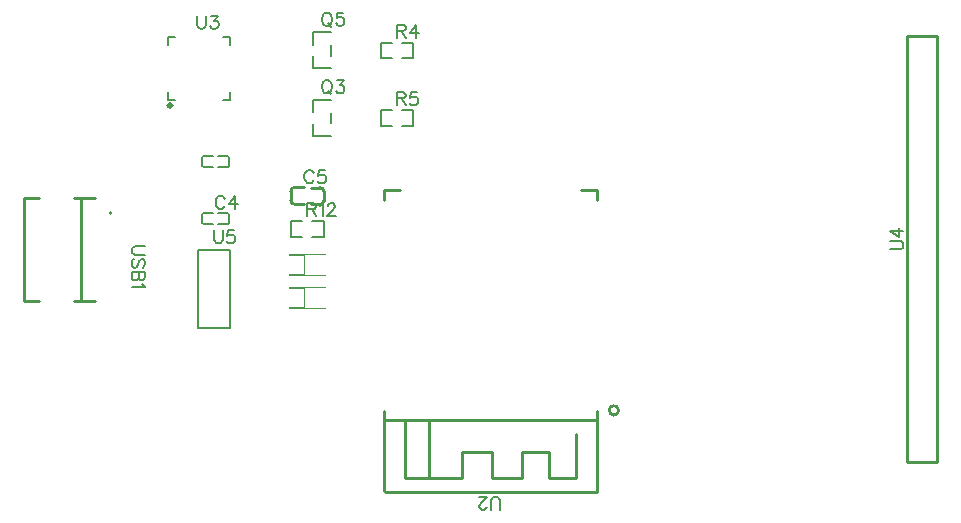
<source format=gto>
G04 Layer: TopSilkscreenLayer*
G04 EasyEDA v6.5.22, 2023-04-11 14:51:41*
G04 09d7e0edd1714e2dabe8a3ea8b78781f,917733c78a1c4f138cc1705716371eb4,10*
G04 Gerber Generator version 0.2*
G04 Scale: 100 percent, Rotated: No, Reflected: No *
G04 Dimensions in inches *
G04 leading zeros omitted , absolute positions ,3 integer and 6 decimal *
%FSLAX36Y36*%
%MOIN*%

%ADD10C,0.0060*%
%ADD11C,0.0100*%
%ADD12C,0.0039*%
%ADD13C,0.0079*%
%ADD14C,0.0118*%
%ADD15C,0.0116*%

%LPD*%
D10*
X409123Y172930D02*
G01*
X407023Y177029D01*
X402923Y181130D01*
X398924Y183130D01*
X390723Y183130D01*
X386623Y181130D01*
X382523Y177029D01*
X380423Y172930D01*
X378424Y166730D01*
X378424Y156530D01*
X380423Y150430D01*
X382523Y146330D01*
X386623Y142229D01*
X390723Y140230D01*
X398924Y140230D01*
X402923Y142229D01*
X407023Y146330D01*
X409123Y150430D01*
X443024Y183130D02*
G01*
X422624Y154529D01*
X453323Y154529D01*
X443024Y183130D02*
G01*
X443024Y140230D01*
X705206Y257930D02*
G01*
X703106Y262029D01*
X699006Y266130D01*
X695005Y268130D01*
X686806Y268130D01*
X682706Y266130D01*
X678606Y262029D01*
X676506Y257930D01*
X674505Y251730D01*
X674505Y241530D01*
X676506Y235430D01*
X678606Y231330D01*
X682706Y227229D01*
X686806Y225230D01*
X695005Y225230D01*
X699006Y227229D01*
X703106Y231330D01*
X705206Y235430D01*
X743205Y268130D02*
G01*
X722805Y268130D01*
X720705Y249729D01*
X722805Y251730D01*
X728906Y253830D01*
X735005Y253830D01*
X741205Y251730D01*
X745305Y247730D01*
X747306Y241530D01*
X747306Y237429D01*
X745305Y231330D01*
X741205Y227229D01*
X735005Y225230D01*
X728906Y225230D01*
X722805Y227229D01*
X720705Y229230D01*
X718705Y233330D01*
X745723Y568130D02*
G01*
X741623Y566130D01*
X737523Y562029D01*
X735423Y557930D01*
X733424Y551730D01*
X733424Y541530D01*
X735423Y535430D01*
X737523Y531330D01*
X741623Y527229D01*
X745723Y525230D01*
X753924Y525230D01*
X757923Y527229D01*
X762023Y531330D01*
X764123Y535430D01*
X766124Y541530D01*
X766124Y551730D01*
X764123Y557930D01*
X762023Y562029D01*
X757923Y566130D01*
X753924Y568130D01*
X745723Y568130D01*
X751824Y533330D02*
G01*
X764123Y521130D01*
X783723Y568130D02*
G01*
X806223Y568130D01*
X793924Y551730D01*
X800124Y551730D01*
X804223Y549729D01*
X806223Y547730D01*
X808323Y541530D01*
X808323Y537429D01*
X806223Y531330D01*
X802123Y527229D01*
X796024Y525230D01*
X789923Y525230D01*
X783723Y527229D01*
X781723Y529230D01*
X779623Y533330D01*
X745723Y793130D02*
G01*
X741623Y791130D01*
X737523Y787029D01*
X735423Y782930D01*
X733424Y776730D01*
X733424Y766530D01*
X735423Y760430D01*
X737523Y756330D01*
X741623Y752229D01*
X745723Y750230D01*
X753924Y750230D01*
X757923Y752229D01*
X762023Y756330D01*
X764123Y760430D01*
X766124Y766530D01*
X766124Y776730D01*
X764123Y782930D01*
X762023Y787029D01*
X757923Y791130D01*
X753924Y793130D01*
X745723Y793130D01*
X751824Y758330D02*
G01*
X764123Y746130D01*
X804223Y793130D02*
G01*
X783723Y793130D01*
X781723Y774729D01*
X783723Y776730D01*
X789923Y778830D01*
X796024Y778830D01*
X802123Y776730D01*
X806223Y772730D01*
X808323Y766530D01*
X808323Y762429D01*
X806223Y756330D01*
X802123Y752229D01*
X796024Y750230D01*
X789923Y750230D01*
X783723Y752229D01*
X781723Y754230D01*
X779623Y758330D01*
X983424Y753130D02*
G01*
X983424Y710230D01*
X983424Y753130D02*
G01*
X1001824Y753130D01*
X1007923Y751130D01*
X1010023Y749030D01*
X1012023Y744929D01*
X1012023Y740830D01*
X1010023Y736730D01*
X1007923Y734729D01*
X1001824Y732730D01*
X983424Y732730D01*
X997724Y732730D02*
G01*
X1012023Y710230D01*
X1046024Y753130D02*
G01*
X1025524Y724529D01*
X1056223Y724529D01*
X1046024Y753130D02*
G01*
X1046024Y710230D01*
X983424Y528130D02*
G01*
X983424Y485230D01*
X983424Y528130D02*
G01*
X1001824Y528130D01*
X1007923Y526130D01*
X1010023Y524030D01*
X1012023Y519929D01*
X1012023Y515830D01*
X1010023Y511730D01*
X1007923Y509729D01*
X1001824Y507730D01*
X983424Y507730D01*
X997724Y507730D02*
G01*
X1012023Y485230D01*
X1050124Y528130D02*
G01*
X1029623Y528130D01*
X1027624Y509729D01*
X1029623Y511730D01*
X1035823Y513830D01*
X1041924Y513830D01*
X1048024Y511730D01*
X1052123Y507730D01*
X1054223Y501530D01*
X1054223Y497429D01*
X1052123Y491330D01*
X1048024Y487229D01*
X1041924Y485230D01*
X1035823Y485230D01*
X1029623Y487229D01*
X1027624Y489230D01*
X1025524Y493330D01*
X684199Y158130D02*
G01*
X684199Y115230D01*
X684199Y158130D02*
G01*
X702599Y158130D01*
X708700Y156130D01*
X710800Y154030D01*
X712800Y149929D01*
X712800Y145830D01*
X710800Y141730D01*
X708700Y139729D01*
X702599Y137730D01*
X684199Y137730D01*
X698499Y137730D02*
G01*
X712800Y115230D01*
X726299Y149929D02*
G01*
X730400Y152029D01*
X736600Y158130D01*
X736600Y115230D01*
X752099Y147930D02*
G01*
X752099Y149929D01*
X754199Y154030D01*
X756200Y156130D01*
X760300Y158130D01*
X768499Y158130D01*
X772599Y156130D01*
X774599Y154030D01*
X776699Y149929D01*
X776699Y145830D01*
X774599Y141730D01*
X770499Y135630D01*
X750099Y115230D01*
X778700Y115230D01*
X1326424Y-862864D02*
G01*
X1326424Y-832165D01*
X1324424Y-826064D01*
X1320323Y-821965D01*
X1314123Y-819964D01*
X1310023Y-819964D01*
X1303924Y-821965D01*
X1299824Y-826064D01*
X1297823Y-832165D01*
X1297823Y-862864D01*
X1282224Y-852664D02*
G01*
X1282224Y-854665D01*
X1280224Y-858764D01*
X1278124Y-860864D01*
X1274024Y-862864D01*
X1265924Y-862864D01*
X1261824Y-860864D01*
X1259724Y-858764D01*
X1257724Y-854665D01*
X1257724Y-850564D01*
X1259724Y-846464D01*
X1263823Y-840364D01*
X1284324Y-819964D01*
X1255624Y-819964D01*
X318058Y783495D02*
G01*
X318058Y752795D01*
X320059Y746694D01*
X324158Y742595D01*
X330358Y740595D01*
X334459Y740595D01*
X340558Y742595D01*
X344658Y746694D01*
X346659Y752795D01*
X346659Y783495D01*
X364258Y783495D02*
G01*
X386758Y783495D01*
X374559Y767094D01*
X380659Y767094D01*
X384758Y765095D01*
X386758Y763095D01*
X388858Y756894D01*
X388858Y752795D01*
X386758Y746694D01*
X382658Y742595D01*
X376559Y740595D01*
X370458Y740595D01*
X364258Y742595D01*
X362258Y744594D01*
X360158Y748695D01*
X2627523Y4729D02*
G01*
X2658223Y4729D01*
X2664324Y6730D01*
X2668424Y10830D01*
X2670423Y17029D01*
X2670423Y21130D01*
X2668424Y27229D01*
X2664324Y31330D01*
X2658223Y33330D01*
X2627523Y33330D01*
X2627523Y67330D02*
G01*
X2656124Y46829D01*
X2656124Y77530D01*
X2627523Y67330D02*
G01*
X2670423Y67330D01*
X373424Y68130D02*
G01*
X373424Y37429D01*
X375423Y31330D01*
X379523Y27229D01*
X385723Y25230D01*
X389824Y25230D01*
X395924Y27229D01*
X400023Y31330D01*
X402023Y37429D01*
X402023Y68130D01*
X440124Y68130D02*
G01*
X419623Y68130D01*
X417624Y49729D01*
X419623Y51730D01*
X425823Y53830D01*
X431924Y53830D01*
X438024Y51730D01*
X442123Y47730D01*
X444223Y41530D01*
X444223Y37429D01*
X442123Y31330D01*
X438024Y27229D01*
X431924Y25230D01*
X425823Y25230D01*
X419623Y27229D01*
X417624Y29230D01*
X415524Y33330D01*
X142170Y14729D02*
G01*
X111469Y14729D01*
X105369Y12730D01*
X101269Y8630D01*
X99270Y2429D01*
X99270Y-1669D01*
X101269Y-7770D01*
X105369Y-11869D01*
X111469Y-13869D01*
X142170Y-13869D01*
X136069Y-56069D02*
G01*
X140169Y-51969D01*
X142170Y-45769D01*
X142170Y-37669D01*
X140169Y-31469D01*
X136069Y-27370D01*
X131970Y-27370D01*
X127869Y-29469D01*
X125769Y-31469D01*
X123769Y-35569D01*
X119670Y-47869D01*
X117669Y-51969D01*
X115569Y-53969D01*
X111469Y-56069D01*
X105369Y-56069D01*
X101269Y-51969D01*
X99270Y-45769D01*
X99270Y-37669D01*
X101269Y-31469D01*
X105369Y-27370D01*
X142170Y-69569D02*
G01*
X99270Y-69569D01*
X142170Y-69569D02*
G01*
X142170Y-87970D01*
X140169Y-94069D01*
X138069Y-96169D01*
X133969Y-98170D01*
X129870Y-98170D01*
X125769Y-96169D01*
X123769Y-94069D01*
X121770Y-87970D01*
X121770Y-69569D02*
G01*
X121770Y-87970D01*
X119670Y-94069D01*
X117669Y-96169D01*
X113569Y-98170D01*
X107370Y-98170D01*
X103269Y-96169D01*
X101269Y-94069D01*
X99270Y-87970D01*
X99270Y-69569D01*
X133969Y-111669D02*
G01*
X136069Y-115769D01*
X142170Y-121869D01*
X99270Y-121869D01*
G36*
X622700Y-77260D02*
G01*
X622700Y-82260D01*
X672700Y-82260D01*
X672700Y-77260D01*
G37*
G36*
X622700Y-12260D02*
G01*
X622700Y-17260D01*
X672700Y-17260D01*
X672700Y-12260D01*
G37*
G36*
X622700Y-187260D02*
G01*
X622700Y-192260D01*
X672700Y-192260D01*
X672700Y-187260D01*
G37*
G36*
X622700Y-122260D02*
G01*
X622700Y-127260D01*
X672700Y-127260D01*
X672700Y-122260D01*
G37*
X418435Y317360D02*
G01*
X387329Y317360D01*
X387329Y278099D02*
G01*
X418435Y278099D01*
X424434Y284100D02*
G01*
X424434Y311359D01*
X338411Y317360D02*
G01*
X369517Y317360D01*
X369517Y278099D02*
G01*
X338411Y278099D01*
X332411Y284100D02*
G01*
X332411Y311359D01*
X418435Y127360D02*
G01*
X387329Y127360D01*
X387329Y88099D02*
G01*
X418435Y88099D01*
X424436Y94100D02*
G01*
X424436Y121359D01*
X338411Y127360D02*
G01*
X369518Y127360D01*
X369518Y88099D02*
G01*
X338411Y88099D01*
X332411Y94100D02*
G01*
X332411Y121359D01*
D11*
X739231Y198469D02*
G01*
X739231Y166972D01*
X695539Y210668D02*
G01*
X727035Y210668D01*
X695539Y154776D02*
G01*
X727035Y154776D01*
X672867Y210896D02*
G01*
X641371Y210896D01*
X629172Y198699D02*
G01*
X629172Y167204D01*
X672867Y155007D02*
G01*
X641371Y155007D01*
D12*
X673461Y-12269D02*
G01*
X674572Y-12269D01*
X674572Y-82269D01*
X744674Y-82269D02*
G01*
X624674Y-82269D01*
X624674Y-12269D02*
G01*
X744674Y-12269D01*
X673461Y-122269D02*
G01*
X674572Y-122269D01*
X674572Y-192269D01*
X744674Y-192269D02*
G01*
X624674Y-192269D01*
X624674Y-122269D02*
G01*
X744674Y-122269D01*
D10*
X762014Y502817D02*
G01*
X704833Y502817D01*
X704833Y462202D01*
X762014Y382643D02*
G01*
X704833Y382643D01*
X704833Y423258D01*
X762014Y460659D02*
G01*
X762014Y424801D01*
X762014Y727817D02*
G01*
X704833Y727817D01*
X704833Y687202D01*
X762014Y607643D02*
G01*
X704833Y607643D01*
X704833Y648258D01*
X762014Y685659D02*
G01*
X762014Y649801D01*
X1000203Y641721D02*
G01*
X1037954Y641721D01*
X1037954Y693738D01*
X1000203Y693738D01*
X966644Y641721D02*
G01*
X928893Y641721D01*
X928893Y693738D01*
X966644Y693738D01*
X1000203Y416721D02*
G01*
X1037954Y416721D01*
X1037954Y468738D01*
X1000203Y468738D01*
X966644Y416721D02*
G01*
X928893Y416721D01*
X928893Y468738D01*
X966644Y468738D01*
X700980Y46721D02*
G01*
X738731Y46721D01*
X738731Y98738D01*
X700980Y98738D01*
X667419Y46721D02*
G01*
X629668Y46721D01*
X629668Y98738D01*
X667419Y98738D01*
D11*
X1009133Y-564960D02*
G01*
X1009133Y-757267D01*
X1097134Y-757267D01*
X1089133Y-564960D02*
G01*
X1089133Y-757267D01*
X1201424Y-757267D01*
X1201424Y-672267D01*
X1301424Y-672267D01*
X1301424Y-757267D01*
X1401424Y-757267D01*
X1401424Y-672267D01*
X1491424Y-672267D01*
X1491424Y-757267D01*
X1581424Y-757267D01*
X1581424Y-612267D01*
X1650755Y-564960D02*
G01*
X941424Y-564960D01*
X941424Y-534281D02*
G01*
X941424Y-802267D01*
X994607Y202732D02*
G01*
X941424Y202732D01*
X941424Y169352D01*
X1650755Y169352D02*
G01*
X1650755Y202732D01*
X1598241Y202732D01*
X1650755Y-802740D02*
G01*
X1650755Y-534281D01*
X942092Y-802740D02*
G01*
X1650755Y-802740D01*
D13*
X244675Y503398D02*
G01*
X219086Y503398D01*
X219086Y528987D01*
X244675Y712058D02*
G01*
X219086Y712058D01*
X219086Y686467D01*
X427746Y686467D02*
G01*
X427746Y712058D01*
X402155Y712058D01*
X402155Y503398D02*
G01*
X427746Y503398D01*
X427746Y528987D01*
D11*
X2682923Y-705270D02*
G01*
X2682923Y714729D01*
X2782923Y714729D01*
X2782923Y-705270D01*
X2682923Y-705270D01*
D10*
X319432Y-258222D02*
G01*
X319432Y3683D01*
X427415Y3683D01*
X427415Y-258222D01*
X319432Y-258222D01*
D11*
X-71601Y176775D02*
G01*
X-71601Y-167316D01*
X-258661Y-167316D02*
G01*
X-258663Y176775D01*
X26770Y127941D02*
G01*
X26770Y127119D01*
X-258663Y176775D02*
G01*
X-210617Y176775D01*
X-94103Y176775D02*
G01*
X-23613Y176775D01*
X-258661Y-167316D02*
G01*
X-210617Y-167316D01*
X-94103Y-167316D02*
G01*
X-23613Y-167316D01*
D10*
G75*
G01*
X418435Y278100D02*
G03*
X424435Y284100I0J6000D01*
G75*
G01*
X424435Y311360D02*
G03*
X418435Y317360I-6000J0D01*
G75*
G01*
X338411Y278100D02*
G02*
X332411Y284100I0J6000D01*
G75*
G01*
X332411Y311360D02*
G02*
X338411Y317360I6000J0D01*
G75*
G01*
X418436Y88100D02*
G03*
X424436Y94100I0J6000D01*
G75*
G01*
X424436Y121360D02*
G03*
X418436Y127360I-6000J0D01*
G75*
G01*
X338412Y88100D02*
G02*
X332412Y94100I0J6000D01*
G75*
G01*
X332412Y121360D02*
G02*
X338412Y127360I6000J0D01*
D11*
G75*
G01*
X629171Y198699D02*
G02*
X641369Y210897I12198J0D01*
G75*
G01*
X641369Y155005D02*
G02*
X629171Y167204I0J12198D01*
G75*
G01*
X727033Y210668D02*
G02*
X739231Y198469I0J-12198D01*
G75*
G01*
X739231Y166974D02*
G02*
X727033Y154776I-12198J0D01*
D14*
G75*
G01*
X226916Y489628D02*
G03*
X227016Y489628I50J-5906D01*
D11*
G75*
G01
X1722234Y-532270D02*
G03X1722234Y-532270I-15810J0D01*
M02*

</source>
